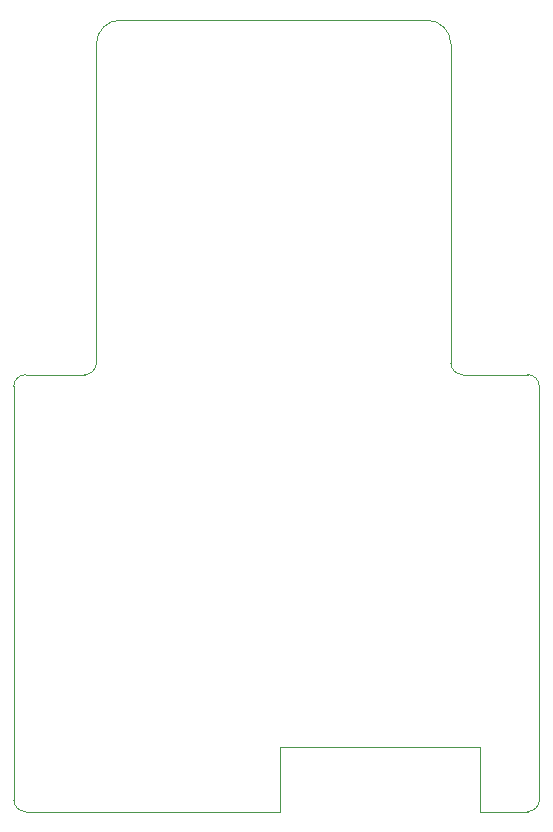
<source format=gbr>
%TF.GenerationSoftware,KiCad,Pcbnew,(6.0.2-0)*%
%TF.CreationDate,2022-03-07T07:25:37+00:00*%
%TF.ProjectId,Display,44697370-6c61-4792-9e6b-696361645f70,5*%
%TF.SameCoordinates,Original*%
%TF.FileFunction,Profile,NP*%
%FSLAX46Y46*%
G04 Gerber Fmt 4.6, Leading zero omitted, Abs format (unit mm)*
G04 Created by KiCad (PCBNEW (6.0.2-0)) date 2022-03-07 07:25:37*
%MOMM*%
%LPD*%
G01*
G04 APERTURE LIST*
%TA.AperFunction,Profile*%
%ADD10C,0.100000*%
%TD*%
G04 APERTURE END LIST*
D10*
X115000000Y-87000000D02*
G75*
G03*
X113000000Y-85000000I-1999999J1D01*
G01*
X87000000Y-85000000D02*
X113000000Y-85000000D01*
X116000000Y-115000000D02*
X121500000Y-115000000D01*
X122500000Y-116000000D02*
G75*
G03*
X121500000Y-115000000I-999999J1D01*
G01*
X87000000Y-85000000D02*
G75*
G03*
X85000000Y-87000000I-1J-1999999D01*
G01*
X79000000Y-115000000D02*
X84000000Y-115000000D01*
X85000000Y-87000000D02*
X85000000Y-114000000D01*
X79000000Y-115000000D02*
G75*
G03*
X78000000Y-116000000I-1J-999999D01*
G01*
X117500000Y-152000000D02*
X121500000Y-152000000D01*
X121500000Y-152000000D02*
G75*
G03*
X122500000Y-151000000I1J999999D01*
G01*
X100500000Y-146500000D02*
X100500000Y-152000000D01*
X122500000Y-116000000D02*
X122500000Y-151000000D01*
X117500000Y-146500000D02*
X100500000Y-146500000D01*
X78000000Y-116000000D02*
X78000000Y-151000000D01*
X115000000Y-87000000D02*
X115000000Y-114000000D01*
X100500000Y-152000000D02*
X79000000Y-152000000D01*
X117500000Y-152000000D02*
X117500000Y-146500000D01*
X78000000Y-151000000D02*
G75*
G03*
X79000000Y-152000000I999999J-1D01*
G01*
X115000000Y-114000000D02*
G75*
G03*
X116000000Y-115000000I999999J-1D01*
G01*
X84000000Y-115000000D02*
G75*
G03*
X85000000Y-114000000I1J999999D01*
G01*
M02*

</source>
